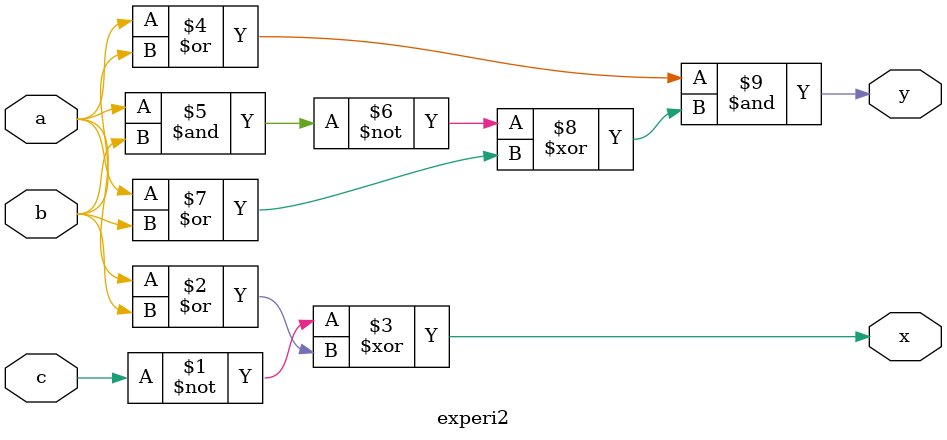
<source format=sv>
`timescale 1ns / 1ps


module experi2(
     output x,y,
     input a,b,c
     

    );
 assign x=(~c) ^ (a|b);
 assign y=(a | b) & ( ~(a & b) ^ ( a | b));
    
endmodule

</source>
